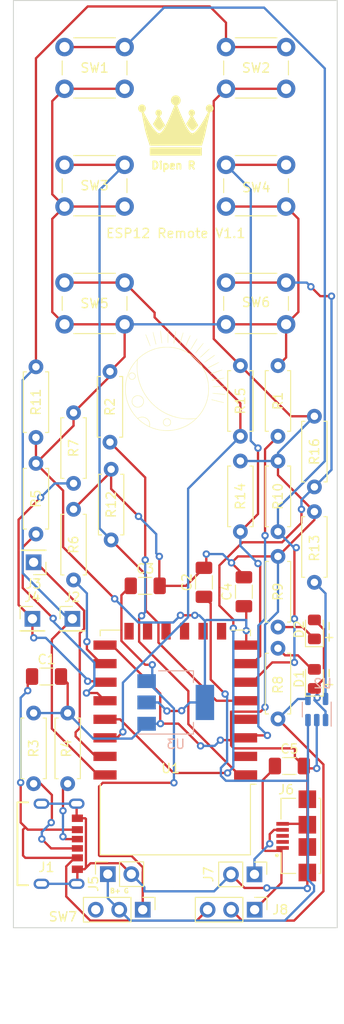
<source format=kicad_pcb>
(kicad_pcb (version 20211014) (generator pcbnew)
  (layers (0 "F.Cu" signal) (31 "B.Cu" signal) (34 "B.Paste" user) (35 "F.Paste" user) (36 "B.SilkS" user "B.Silkscreen") (37 "F.SilkS" user "F.Silkscreen") (38 "B.Mask" user) (39 "F.Mask" user) (44 "Edge.Cuts" user))
  (net 0 "")
  (net 1 "Net-(C1-Pad1)")
  (net 2 "GND")
  (net 3 "Battery O{slash}P")
  (net 4 "VCC")
  (net 5 "3V3")
  (net 6 "Micro USB")
  (net 7 "Net-(D1-Pad1)")
  (net 8 "Net-(D1-Pad2)")
  (net 9 "Net-(D2-Pad1)")
  (net 10 "Net-(J1-PadA5)")
  (net 11 "Net-(J1-PadB5)")
  (net 12 "TX")
  (net 13 "Net-(J3-Pad1)")
  (net 14 "Net-(J4-Pad1)")
  (net 17 "Net-(J6-Pad4)")
  (net 18 "Net-(J8-Pad2)")
  (net 19 "Net-(R1-Pad2)")
  (net 20 "Net-(R2-Pad2)")
  (net 21 "GPIO0")
  (net 22 "Net-(R6-Pad1)")
  (net 23 "D6")
  (net 24 "D5")
  (net 25 "Net-(R13-Pad1)")
  (net 26 "D7")
  (net 27 "D1")
  (net 28 "D2")
  (footprint "Button_Switch_THT:SW_PUSH_6mm" (layer "F.Cu") (at 160.116 70.8)
    (fp_text reference "SW6")
    (fp_text value "SW_Push")
  )
  (footprint "Resistor_THT:R_Axial_DIN0207_L6.3mm_D2.5mm_P7.62mm_Horizontal" (layer "F.Cu") (at 143.637 102.87 90)
    (fp_text reference "R6")
    (fp_text value "10K")
  )
  (footprint "Resistor_THT:R_Axial_DIN0207_L6.3mm_D2.5mm_P7.62mm_Horizontal" (layer "F.Cu") (at 139.573 90.297 -90)
    (fp_text reference "R5")
    (fp_text value "10K")
  )
  (footprint "Resistor_THT:R_Axial_DIN0207_L6.3mm_D2.5mm_P7.62mm_Horizontal" (layer "F.Cu") (at 161.671 87.376 90)
    (fp_text reference "R15")
    (fp_text value "4K7")
  )
  (footprint "Button_Switch_THT:SW_PUSH_6mm" (layer "F.Cu") (at 160.116 58.1)
    (fp_text reference "SW4")
    (fp_text value "SW_Push")
  )
  (footprint "Resistor_THT:R_Axial_DIN0207_L6.3mm_D2.5mm_P7.62mm_Horizontal" (layer "F.Cu") (at 165.735 117.856 90)
    (fp_text reference "R8")
    (fp_text value "470")
  )
  (footprint "Micro USB:CUI_UJ2-MIBH-G-SMT-TR" (layer "F.Cu") (at 168.91 130.468 90)
    (fp_text reference "J6")
    (fp_text value "UJ2-MIBH-G-SMT-TR")
  )
  (footprint "Button_Switch_THT:SW_PUSH_6mm" (layer "F.Cu") (at 142.66 45.4)
    (fp_text reference "SW1")
    (fp_text value "SW_Push")
  )
  (footprint "Connector_PinHeader_2.54mm:PinHeader_1x02_P2.54mm_Vertical" (layer "F.Cu") (at 163.195 134.62 -90)
    (fp_text reference "J7")
    (fp_text value "Conn_01x02_Male")
  )
  (footprint "Button_Switch_THT:SW_PUSH_6mm" (layer "F.Cu") (at 142.66 58.1)
    (fp_text reference "SW3")
    (fp_text value "SW_Push")
  )
  (footprint "LED_SMD:LED_0805_2012Metric_Pad1.15x1.40mm_HandSolder" (layer "F.Cu") (at 169.672 113.538 90)
    (fp_text reference "D1")
    (fp_text value "LED")
  )
  (footprint "Resistor_THT:R_Axial_DIN0207_L6.3mm_D2.5mm_P7.62mm_Horizontal" (layer "F.Cu") (at 139.573 79.883 -90)
    (fp_text reference "R11")
    (fp_text value "4K7")
  )
  (footprint "Connector_PinHeader_2.54mm:PinHeader_1x03_P2.54mm_Vertical" (layer "F.Cu") (at 151.115 138.43 -90)
    (fp_text reference "SW7")
    (fp_text value "SW_SPDT")
  )
  (footprint "RF_Module:ESP-12E" (layer "F.Cu") (at 154.638 120.396 180)
    (fp_text reference "U1")
    (fp_text value "ESP-12E")
  )
  (footprint "Button_Switch_THT:SW_PUSH_6mm" (layer "F.Cu") (at 160.116 45.4)
    (fp_text reference "SW2")
    (fp_text value "SW_Push")
  )
  (footprint "Connector_PinHeader_2.54mm:PinHeader_1x01_P2.54mm_Vertical" (layer "F.Cu") (at 143.51 107.061)
    (fp_text reference "J2")
    (fp_text value "IO1")
  )
  (footprint "Resistor_THT:R_Axial_DIN0207_L6.3mm_D2.5mm_P7.62mm_Horizontal" (layer "F.Cu") (at 169.672 92.837 90)
    (fp_text reference "R16")
    (fp_text value "4K7")
  )
  (footprint "Connector_PinHeader_2.54mm:PinHeader_1x01_P2.54mm_Vertical" (layer "F.Cu") (at 139.192 107.061)
    (fp_text reference "J4")
    (fp_text value "IO2")
  )
  (footprint "Resistor_THT:R_Axial_DIN0207_L6.3mm_D2.5mm_P7.62mm_Horizontal" (layer "F.Cu") (at 143.637 84.836 -90)
    (fp_text reference "R7")
    (fp_text value "10K")
  )
  (footprint "Resistor_THT:R_Axial_DIN0207_L6.3mm_D2.5mm_P7.62mm_Horizontal" (layer "F.Cu") (at 147.701 98.552 90)
    (fp_text reference "R12")
    (fp_text value "4K7")
  )
  (footprint "MountingHole:MountingHole_2mm" (layer "F.Cu") (at 154.638 43.815)
    (fp_text reference "REF**" hide)
    (fp_text value "MountingHole_2mm")
  )
  (footprint "Capacitor_SMD:C_1206_3216Metric_Pad1.33x1.80mm_HandSolder" (layer "F.Cu") (at 157.734 103.124 90)
    (fp_text reference "C2")
    (fp_text value "10 uF")
  )
  (footprint "Resistor_THT:R_Axial_DIN0207_L6.3mm_D2.5mm_P7.62mm_Horizontal" (layer "F.Cu") (at 165.735 79.756 -90)
    (fp_text reference "R1")
    (fp_text value "10K")
  )
  (footprint "Resistor_THT:R_Axial_DIN0207_L6.3mm_D2.5mm_P7.62mm_Horizontal" (layer "F.Cu") (at 169.672 103.124 90)
    (fp_text reference "R13")
    (fp_text value "2.2K")
  )
  (footprint "MountingHole:MountingHole_2mm" (layer "F.Cu") (at 154.638 90.375)
    (fp_text reference "REF**" hide)
    (fp_text value "MountingHole_2mm")
  )
  (footprint "MountingHole:MountingHole_2mm" (layer "F.Cu") (at 154.638 135.072)
    (fp_text reference "REF**" hide)
    (fp_text value "MountingHole_2mm")
  )
  (footprint "Capacitor_SMD:C_1206_3216Metric_Pad1.33x1.80mm_HandSolder" (layer "F.Cu") (at 151.384 103.505)
    (fp_text reference "C3")
    (fp_text value "10uF")
  )
  (footprint "Resistor_THT:R_Axial_DIN0207_L6.3mm_D2.5mm_P7.62mm_Horizontal" (layer "F.Cu") (at 139.319 124.841 90)
    (fp_text reference "R3")
    (fp_text value "5.1K")
  )
  (footprint "Resistor_THT:R_Axial_DIN0207_L6.3mm_D2.5mm_P7.62mm_Horizontal" (layer "F.Cu") (at 161.671 97.663 90)
    (fp_text reference "R14")
    (fp_text value "4K7")
  )
  (footprint "Connector_PinHeader_2.54mm:PinHeader_1x01_P2.54mm_Vertical" (layer "F.Cu") (at 139.319 100.965 180)
    (fp_text reference "J3")
    (fp_text value "IO3")
  )
  (footprint "Resistor_THT:R_Axial_DIN0207_L6.3mm_D2.5mm_P7.62mm_Horizontal" (layer "F.Cu") (at 165.735 107.95 90)
    (fp_text reference "R9")
    (fp_text value "470")
  )
  (footprint "Connector_PinHeader_2.54mm:PinHeader_1x03_P2.54mm_Vertical" (layer "F.Cu") (at 163.211 138.43 -90)
    (fp_text reference "J8")
    (fp_text value "Conn_01x03_Male")
  )
  (footprint "LED_SMD:LED_0805_2012Metric_Pad1.15x1.40mm_HandSolder" (layer "F.Cu") (at 169.672 108.204 90)
    (fp_text reference "D2")
    (fp_text value "LED")
  )
  (footprint "Logos:SunAndMoon_15x15" (layer "F.Cu") (at 153.77 82.296)
    (fp_text reference "G***" hide)
    (fp_text value "LOGO" hide)
  )
  (footprint "Connector_PinSocket_2.54mm:PinSocket_1x02_P2.54mm_Vertical" (layer "F.Cu") (at 147.34 134.595 90)
    (fp_text reference "J5")
    (fp_text value "Conn_01x02_Female")
  )
  (footprint "Capacitor_SMD:C_1206_3216Metric_Pad1.33x1.80mm_HandSolder" (layer "F.Cu") (at 162.052 104.14 90)
    (fp_text reference "C4")
    (fp_text value "10uF")
  )
  (footprint "Resistor_THT:R_Axial_DIN0207_L6.3mm_D2.5mm_P7.62mm_Horizontal" (layer "F.Cu") (at 147.574 80.391 -90)
    (fp_text reference "R2")
    (fp_text value "10K")
  )
  (footprint "USB_C:GCT_USB4125-GF-A_REVA2" (layer "F.Cu") (at 140.97 131.318 -90)
    (fp_text reference "J1")
    (fp_text value "USB4125-GF-A_REVA2")
  )
  (footprint "Capacitor_SMD:C_1206_3216Metric_Pad1.33x1.80mm_HandSolder" (layer "F.Cu") (at 140.716 113.284)
    (fp_text reference "C1")
    (fp_text value "10 uF")
  )
  (footprint "ModdedCrown:9x7.4_crown" (layer "F.Cu") (at 154.686 53.848)
    (fp_text reference "G***" hide)
    (fp_text value "LOGO" hide)
  )
  (footprint "Capacitor_SMD:C_1206_3216Metric_Pad1.33x1.80mm_HandSolder" (layer "F.Cu") (at 166.965621 122.936)
    (fp_text reference "C5")
    (fp_text value "10 uF")
  )
  (footprint "Resistor_THT:R_Axial_DIN0207_L6.3mm_D2.5mm_P7.62mm_Horizontal" (layer "F.Cu") (at 143.002 124.841 90)
    (fp_text reference "R4")
    (fp_text value "5.1K")
  )
  (footprint "Button_Switch_THT:SW_PUSH_6mm" (layer "F.Cu") (at 142.66 70.8)
    (fp_text reference "SW5")
    (fp_text value "SW_Push")
  )
  (footprint "Resistor_THT:R_Axial_DIN0207_L6.3mm_D2.5mm_P7.62mm_Horizontal" (layer "F.Cu") (at 165.735 97.663 90)
    (fp_text reference "R10")
    (fp_text value "4K7")
  )
  (footprint "Package_TO_SOT_SMD:SOT-223-3_TabPin2" (layer "B.Cu") (at 154.686 116.078)
    (fp_text reference "U3")
    (fp_text value "AMS1117-3.3")
  )
  (footprint "Package_TO_SOT_SMD:SOT-23-5" (layer "B.Cu") (at 169.926 116.84 90)
    (fp_text reference "U2")
    (fp_text value "MCP73831-3-OT")
  )
  (gr_line (start 137.138 140.375) (end 172.138 140.375) (layer "Edge.Cuts") (width 0.1))
  (gr_line (start 172.138 140.375) (end 172.138 40.375) (layer "Edge.Cuts") (width 0.1))
  (gr_line (start 137.138 40.375) (end 137.138 140.375) (layer "Edge.Cuts") (width 0.1))
  (gr_line (start 137.138 40.375) (end 172.138 40.375) (layer "Edge.Cuts") (width 0.1))
  (gr_text "ESP12 Remote V1.1\n\n" (at 154.686 66.294) (layer "F.SilkS") (effects (font (size 1 1))))
  (gr_text "+-" (at 171.196 113.538 90) (layer "F.SilkS") (effects (font (size 1 1))))
  (gr_text "B+ G" (at 148.59 136.398) (layer "F.SilkS") (effects (font (size 0.5 0.5) (thickness 0.125))))
  (gr_text "Dipen R" (at 154.432 58.166) (layer "F.SilkS") (effects (font (size 0.8 0.8) (thickness 0.2))))
  (gr_text "+-" (at 171.196 108.458 90) (layer "F.SilkS") (effects (font (size 1 1))))
  (segment (start 138.176 129.794) (end 138.43 129.54) (width 0.25) (layer "F.Cu") (net 1))
  (segment (start 138.684 114.808) (end 138.684 113.7535) (width 0.25) (layer "F.Cu") (net 1))
  (segment (start 137.922 129.032) (end 137.922 124.714) (width 0.25) (layer "F.Cu") (net 1))
  (segment (start 142.84548 133.76052) (end 143.768 132.838) (width 0.25) (layer "F.Cu") (net 1))
  (segment (start 138.43 129.54) (end 137.922 129.032) (width 0.25) (layer "F.Cu") (net 1))
  (segment (start 138.176 132.588) (end 138.176 129.794) (width 0.25) (layer "F.Cu") (net 1))
  (segment (start 138.684 113.7535) (end 139.1535 113.284) (width 0.25) (layer "F.Cu") (net 1))
  (segment (start 143.768 132.838) (end 144.05 132.838) (width 0.25) (layer "F.Cu") (net 1))
  (segment (start 145.446511 139.604511) (end 142.84548 137.00348) (width 0.25) (layer "F.Cu") (net 1))
  (segment (start 144.05 132.838) (end 138.426 132.838) (width 0.25) (layer "F.Cu") (net 1))
  (segment (start 156.956489 139.604511) (end 145.446511 139.604511) (width 0.25) (layer "F.Cu") (net 1))
  (segment (start 138.688 129.798) (end 144.05 129.798) (width 0.25) (layer "F.Cu") (net 1))
  (segment (start 142.84548 137.00348) (end 142.84548 133.76052) (width 0.25) (layer "F.Cu") (net 1))
  (segment (start 138.43 129.54) (end 138.688 129.798) (width 0.25) (layer "F.Cu") (net 1))
  (segment (start 138.426 132.838) (end 138.176 132.588) (width 0.25) (layer "F.Cu") (net 1))
  (segment (start 158.131 138.43) (end 156.956489 139.604511) (width 0.25) (layer "F.Cu") (net 1))
  (via (at 138.684 114.808) (size 0.8) (drill 0.4) (layers "F.Cu" "B.Cu") (net 1))
  (via (at 137.922 124.714) (size 0.8) (drill 0.4) (layers "F.Cu" "B.Cu") (net 1))
  (segment (start 137.922 115.57) (end 138.684 114.808) (width 0.25) (layer "B.Cu") (net 1))
  (segment (start 137.922 124.714) (end 137.922 115.57) (width 0.25) (layer "B.Cu") (net 1))
  (segment (start 168.782121 123.19) (end 168.528121 122.936) (width 0.25) (layer "F.Cu") (net 2))
  (segment (start 160.116 49.9) (end 158.791489 51.224511) (width 0.25) (layer "F.Cu") (net 2))
  (segment (start 168.91 123.317879) (end 168.91 126.518) (width 0.25) (layer "F.Cu") (net 2))
  (segment (start 160.116 49.9) (end 166.616 49.9) (width 0.25) (layer "F.Cu") (net 2))
  (segment (start 147.701 93.0535) (end 150.6595 96.012) (width 0.25) (layer "F.Cu") (net 2))
  (segment (start 143.002 114.0075) (end 143.002 117.221) (width 0.25) (layer "F.Cu") (net 2))
  (segment (start 162.052 102.5775) (end 162.052 102.362) (width 0.25) (layer "F.Cu") (net 2))
  (segment (start 157.988 101.3075) (end 157.734 101.5615) (width 0.25) (layer "F.Cu") (net 2))
  (segment (start 167.560621 121.031) (end 167.560621 121.9685) (width 0.25) (layer "F.Cu") (net 2))
  (segment (start 160.655 134.62) (end 162.119201 136.084201) (width 0.25) (layer "F.Cu") (net 2))
  (segment (start 165.735 90.043) (end 165.735 91.567) (width 0.25) (layer "F.Cu") (net 2))
  (segment (start 158.791489 51.224511) (end 158.791489 76.876489) (width 0.25) (layer "F.Cu") (net 2))
  (segment (start 160.663489 120.720511) (end 160.973978 121.031) (width 0.25) (layer "F.Cu") (net 2))
  (segment (start 153.007361 115.115361) (end 147.788 109.896) (width 0.25) (layer "F.Cu") (net 2))
  (segment (start 143.97 126.998) (end 143.97 128.488) (width 0.25) (layer "F.Cu") (net 2))
  (segment (start 168.91 136.144) (end 168.91 134.418) (width 0.25) (layer "F.Cu") (net 2))
  (segment (start 147.701 91.186) (end 147.701 90.932) (width 0.25) (layer "F.Cu") (net 2))
  (segment (start 167.560621 121.9685) (end 168.528121 122.936) (width 0.25) (layer "F.Cu") (net 2))
  (segment (start 169.926 123.19) (end 168.782121 123.19) (width 0.25) (layer "F.Cu") (net 2))
  (segment (start 168.91 131.668) (end 168.91 134.418) (width 0.25) (layer "F.Cu") (net 2))
  (segment (start 144.9 128.568) (end 144.974511 128.642511) (width 0.25) (layer "F.Cu") (net 2))
  (segment (start 169.672 96.393) (end 169.672 95.504) (width 0.25) (layer "F.Cu") (net 2))
  (segment (start 153.007361 118.336361) (end 153.007361 115.115361) (width 0.25) (layer "F.Cu") (net 2))
  (segment (start 155.7905 103.505) (end 157.734 101.5615) (width 0.25) (layer "F.Cu") (net 2))
  (segment (start 161.399298 100.33) (end 160.709649 101.019649) (width 0.25) (layer "F.Cu") (net 2))
  (segment (start 143.637 95.25) (end 147.701 91.186) (width 0.25) (layer "F.Cu") (net 2))
  (segment (start 144.974511 128.642511) (end 144.974511 133.917489) (width 0.25) (layer "F.Cu") (net 2))
  (segment (start 162.119201 136.084201) (end 164.532201 136.084201) (width 0.25) (layer "F.Cu") (net 2))
  (segment (start 161.671 79.756) (end 167.132 85.217) (width 0.25) (layer "F.Cu") (net 2))
  (segment (start 154.968891 118.364) (end 157.367446 120.762555) (width 0.25) (layer "F.Cu") (net 2))
  (segment (start 167.132 85.217) (end 169.672 85.217) (width 0.25) (layer "F.Cu") (net 2))
  (segment (start 166.235 129.168) (end 168.81 129.168) (width 0.25) (layer "F.Cu") (net 2))
  (segment (start 168.91 126.518) (end 168.91 129.268) (width 0.25) (layer "F.Cu") (net 2))
  (segment (start 158.791489 76.876489) (end 161.671 79.756) (width 0.25) (layer "F.Cu") (net 2))
  (segment (start 160.663489 117.071489) (end 160.663489 120.277489) (width 0.25) (layer "F.Cu") (net 2))
  (segment (start 147.701 90.932) (end 147.701 93.0535) (width 0.25) (layer "F.Cu") (net 2))
  (segment (start 148.705489 133.420489) (end 149.88 134.595) (width 0.25) (layer "F.Cu") (net 2))
  (segment (start 152.9465 103.505) (end 155.7905 103.505) (width 0.25) (layer "F.Cu") (net 2))
  (segment (start 165.735 91.567) (end 169.672 95.504) (width 0.25) (layer "F.Cu") (net 2))
  (segment (start 165.735 100.33) (end 161.399298 100.33) (width 0.25) (layer "F.Cu") (net 2))
  (segment (start 152.908 100.33) (end 152.908 103.4665) (width 0.25) (layer "F.Cu") (net 2))
  (segment (start 145.471511 133.420489) (end 148.705489 133.420489) (width 0.25) (layer "F.Cu") (net 2))
  (segment (start 143.97 128.488) (end 144.05 128.568) (width 0.25) (layer "F.Cu") (net 2))
  (segment (start 144.974511 133.917489) (end 144.824 134.068) (width 0.25) (layer "F.Cu") (net 2))
  (segment (start 144.05 134.068) (end 144.05 135.558) (width 0.25) (layer "F.Cu") (net 2))
  (segment (start 144.05 135.558) (end 143.97 135.638) (width 0.25) (layer "F.Cu") (net 2))
  (segment (start 152.908 103.4665) (end 152.9465 103.505) (width 0.25) (layer "F.Cu") (net 2))
  (segment (start 168.528121 122.936) (end 168.91 123.317879) (width 0.25) (layer "F.Cu") (net 2))
  (segment (start 160.973978 121.031) (end 167.560621 121.031) (width 0.25) (layer "F.Cu") (net 2))
  (segment (start 144.05 128.568) (end 144.9 128.568) (width 0.25) (layer "F.Cu") (net 2))
  (segment (start 147.788 109.896) (end 147.038 109.896) (width 0.25) (layer "F.Cu") (net 2))
  (segment (start 164.338 116.586) (end 163.852511 117.071489) (width 0.25) (layer "F.Cu") (net 2))
  (segment (start 142.2785 113.284) (end 143.002 114.0075) (width 0.25) (layer "F.Cu") (net 2))
  (segment (start 168.81 129.168) (end 168.91 129.268) (width 0.25) (layer "F.Cu") (net 2))
  (segment (start 162.052 102.362) (end 160.709649 101.019649) (width 0.25) (layer "F.Cu") (net 2))
  (segment (start 168.91 129.268) (end 168.91 131.668) (width 0.25) (layer "F.Cu") (net 2))
  (segment (start 160.663489 120.277489) (end 160.663489 120.720511) (width 0.25) (layer "F.Cu") (net 2))
  (segment (start 157.988 100.076) (end 157.988 101.3075) (width 0.25) (layer "F.Cu") (net 2))
  (segment (start 153.035 118.364) (end 153.007361 118.336361) (width 0.25) (layer "F.Cu") (net 2))
  (segment (start 144.974511 133.917489) (end 145.471511 133.420489) (width 0.25) (layer "F.Cu") (net 2))
  (segment (start 165.735 100.33) (end 169.672 96.393) (width 0.25) (layer "F.Cu") (net 2))
  (segment (start 160.528 120.142) (end 160.663489 120.277489) (width 0.25) (layer "F.Cu") (net 2))
  (segment (start 153.035 118.364) (end 154.968891 118.364) (width 0.25) (layer "F.Cu") (net 2))
  (segment (start 163.852511 117.071489) (end 160.663489 117.071489) (width 0.25) (layer "F.Cu") (net 2))
  (segment (start 159.512 120.142) (end 160.528 120.142) (width 0.25) (layer "F.Cu") (net 2))
  (segment (start 144.824 134.068) (end 144.05 134.068) (width 0.25) (layer "F.Cu") (net 2))
  (via (at 160.709649 101.019649) (size 0.8) (drill 0.4) (layers "F.Cu" "B.Cu") (net 2))
  (via (at 159.512 120.142) (size 0.8) (drill 0.4) (layers "F.Cu" "B.Cu") (net 2))
  (via (at 164.532201 136.084201) (size 0.8) (drill 0.4) (layers "F.Cu" "B.Cu") (net 2))
  (via (at 164.338 116.586) (size 0.8) (drill 0.4) (layers "F.Cu" "B.Cu") (net 2))
  (via (at 168.91 136.144) (size 0.8) (drill 0.4) (layers "F.Cu" "B.Cu") (net 2))
  (via (at 152.908 100.33) (size 0.8) (drill 0.4) (layers "F.Cu" "B.Cu") (net 2))
  (via (at 150.6595 96.012) (size 0.8) (drill 0.4) (layers "F.Cu" "B.Cu") (net 2))
  (via (at 157.367446 120.762555) (size 0.8) (drill 0.4) (layers "F.Cu" "B.Cu") (net 2))
  (via (at 157.988 100.076) (size 0.8) (drill 0.4) (layers "F.Cu" "B.Cu") (net 2))
  (via (at 169.926 123.19) (size 0.8) (drill 0.4) (layers "F.Cu" "B.Cu") (net 2))
  (via (at 153.035 118.364) (size 0.8) (drill 0.4) (layers "F.Cu" "B.Cu") (net 2))
  (segment (start 169.926 122.475621) (end 169.926 123.19) (width 0.25) (layer "B.Cu") (net 2))
  (segment (start 153.021 118.378) (end 153.035 118.364) (width 0.25) (layer "B.Cu") (net 2))
  (segment (start 164.338 107.704614) (end 164.338 116.586) (width 0.25) (layer "B.Cu") (net 2))
  (segment (start 152.574621 99.996621) (end 152.908 100.33) (width 0.25) (layer "B.Cu") (net 2))
  (segment (start 169.672 85.217) (end 165.735 89.154) (width 0.25) (layer "B.Cu") (net 2))
  (segment (start 139.319 117.221) (end 143.002 117.221) (width 0.25) (layer "B.Cu") (net 2))
  (segment (start 160.709649 101.019649) (end 159.766 100.076) (width 0.25) (layer "B.Cu") (net 2))
  (segment (start 150.6595 96.012) (end 152.574621 97.927121) (width 0.25) (layer "B.Cu") (net 2))
  (segment (start 145.758511 119.977511) (end 143.002 117.221) (width 0.25) (layer "B.Cu") (net 2))
  (segment (start 165.735 89.154) (end 165.735 90.043) (width 0.25) (layer "B.Cu") (net 2))
  (segment (start 140.17 126.998) (end 143.97 126.998) (width 0.25) (layer "B.Cu") (net 2))
  (segment (start 151.289521 136.446521) (end 151.289521 136.004521) (width 0.25) (layer "B.Cu") (net 2))
  (segment (start 161.671 90.043) (end 165.735 90.043) (width 0.25) (layer "B.Cu") (net 2))
  (segment (start 168.850201 136.084201) (end 168.91 136.144) (width 0.25) (layer "B.Cu") (net 2))
  (segment (start 158.828479 136.446521) (end 160.655 134.62) (width 0.25) (layer "B.Cu") (net 2))
  (segment (start 169.926 117.9775) (end 169.926 122.475621) (width 0.25) (layer "B.Cu") (net 2))
  (segment (start 151.536 118.378) (end 149.936489 119.977511) (width 0.25) (layer "B.Cu") (net 2))
  (segment (start 165.735 106.307614) (end 164.338 107.704614) (width 0.25) (layer "B.Cu") (net 2))
  (segment (start 151.289521 136.446521) (end 158.828479 136.446521) (width 0.25) (layer "B.Cu") (net 2))
  (segment (start 158.891445 120.762555) (end 159.512 120.142) (width 0.25) (layer "B.Cu") (net 2))
  (segment (start 149.936489 119.977511) (end 145.758511 119.977511) (width 0.25) (layer "B.Cu") (net 2))
  (segment (start 151.536 118.378) (end 153.021 118.378) (width 0.25) (layer "B.Cu") (net 2))
  (segment (start 164.532201 136.084201) (end 168.850201 136.084201) (width 0.25) (layer "B.Cu") (net 2))
  (segment (start 157.367446 120.762555) (end 158.891445 120.762555) (width 0.25) (layer "B.Cu") (net 2))
  (segment (start 151.289521 136.004521) (end 149.88 134.595) (width 0.25) (layer "B.Cu") (net 2))
  (segment (start 152.574621 97.927121) (end 152.574621 99.996621) (width 0.25) (layer "B.Cu") (net 2))
  (segment (start 165.735 100.33) (end 165.735 106.307614) (width 0.25) (layer "B.Cu") (net 2))
  (segment (start 159.766 100.076) (end 157.988 100.076) (width 0.25) (layer "B.Cu") (net 2))
  (segment (start 140.17 135.638) (end 143.97 135.638) (width 0.25) (layer "B.Cu") (net 2))
  (segment (start 158.462511 113.614011) (end 160.02 115.1715) (width 0.25) (layer "F.Cu") (net 3))
  (segment (start 158.462511 105.415011) (end 158.462511 113.614011) (width 0.25) (layer "F.Cu") (net 3))
  (segment (start 157.734 104.6865) (end 158.462511 105.415011) (width 0.25) (layer "F.Cu") (net 3))
  (via (at 160.02 115.1715) (size 0.8) (drill 0.4) (layers "F.Cu" "B.Cu") (net 3))
  (segment (start 160.106277 124.526) (end 168.976 124.526) (width 0.25) (layer "B.Cu") (net 3))
  (segment (start 147.34 137.195) (end 148.575 138.43) (width 0.25) (layer "B.Cu") (net 3))
  (segment (start 160.236511 115.388011) (end 160.236511 122.465489) (width 0.25) (layer "B.Cu") (net 3))
  (segment (start 169.634511 135.843897) (end 169.634511 136.444103) (width 0.25) (layer "B.Cu") (net 3))
  (segment (start 149.749511 139.604511) (end 148.575 138.43) (width 0.25) (layer "B.Cu") (net 3))
  (segment (start 160.02 115.1715) (end 160.236511 115.388011) (width 0.25) (layer "B.Cu") (net 3))
  (segment (start 166.474103 139.604511) (end 149.749511 139.604511) (width 0.25) (layer "B.Cu") (net 3))
  (segment (start 159.563935 123.983658) (end 160.106277 124.526) (width 0.25) (layer "B.Cu") (net 3))
  (segment (start 168.976 117.9775) (end 168.976 124.526) (width 0.25) (layer "B.Cu") (net 3))
  (segment (start 168.976 135.185386) (end 169.634511 135.843897) (width 0.25) (layer "B.Cu") (net 3))
  (segment (start 159.563935 123.138065) (end 159.563935 123.983658) (width 0.25) (layer "B.Cu") (net 3))
  (segment (start 160.236511 122.465489) (end 159.563935 123.138065) (width 0.25) (layer "B.Cu") (net 3))
  (segment (start 147.34 134.595) (end 147.34 137.195) (width 0.25) (layer "B.Cu") (net 3))
  (segment (start 168.976 124.526) (end 168.976 135.185386) (width 0.25) (layer "B.Cu") (net 3))
  (segment (start 169.634511 136.444103) (end 166.474103 139.604511) (width 0.25) (layer "B.Cu") (net 3))
  (segment (start 151.384 112.014) (end 152.146 112.014) (width 0.25) (layer "F.Cu") (net 4))
  (segment (start 146.793909 124.743287) (end 146.39298 125.144216) (width 0.25) (layer "F.Cu") (net 4))
  (segment (start 148.813489 109.443489) (end 151.384 112.014) (width 0.25) (layer "F.Cu") (net 4))
  (segment (start 151.13 134.336) (end 151.115 134.351) (width 0.25) (layer "F.Cu") (net 4))
  (segment (start 149.8215 103.505) (end 148.813489 104.513011) (width 0.25) (layer "F.Cu") (net 4))
  (segment (start 148.813489 104.513011) (end 148.813489 109.443489) (width 0.25) (layer "F.Cu") (net 4))
  (segment (start 154.487842 124.743287) (end 146.793909 124.743287) (width 0.25) (layer "F.Cu") (net 4))
  (segment (start 151.115 134.351) (end 151.115 138.43) (width 0.25) (layer "F.Cu") (net 4))
  (segment (start 146.466216 132.64102) (end 149.91302 132.64102) (width 0.25) (layer "F.Cu") (net 4))
  (segment (start 146.39298 125.144216) (end 146.39298 132.567784) (width 0.25) (layer "F.Cu") (net 4))
  (segment (start 151.13 133.858) (end 151.13 134.336) (width 0.25) (layer "F.Cu") (net 4))
  (segment (start 146.39298 132.567784) (end 146.466216 132.64102) (width 0.25) (layer "F.Cu") (net 4))
  (segment (start 149.91302 132.64102) (end 151.13 133.858) (width 0.25) (layer "F.Cu") (net 4))
  (via (at 154.487842 124.743287) (size 0.8) (drill 0.4) (layers "F.Cu" "B.Cu") (net 4))
  (via (at 152.146 112.014) (size 0.8) (drill 0.4) (layers "F.Cu" "B.Cu") (net 4))
  (segment (start 152.146 112.014) (end 152.146 113.168) (width 0.25) (layer "B.Cu") (net 4))
  (segment (start 152.146 113.168) (end 151.536 113.778) (width 0.25) (layer "B.Cu") (net 4))
  (segment (start 154.487842 124.743287) (end 154.487842 116.729842) (width 0.25) (layer "B.Cu") (net 4))
  (segment (start 154.487842 116.729842) (end 151.536 113.778) (width 0.25) (layer "B.Cu") (net 4))
  (segment (start 155.194 106.68) (end 156.74661 106.68) (width 0.25) (layer "F.Cu") (net 5))
  (segment (start 141.335489 61.275489) (end 142.66 62.6) (width 0.25) (layer "F.Cu") (net 5))
  (segment (start 162.052 105.7025) (end 162.306 105.9565) (width 0.25) (layer "F.Cu") (net 5))
  (segment (start 139.573 87.503) (end 139.573 90.297) (width 0.25) (layer "F.Cu") (net 5))
  (segment (start 153.731872 116.99847) (end 155.28953 116.99847) (width 0.25) (layer "F.Cu") (net 5))
  (segment (start 160.116 62.6) (end 166.616 62.6) (width 0.25) (layer "F.Cu") (net 5))
  (segment (start 142.512489 99.332489) (end 148.082 104.902) (width 0.25) (layer "F.Cu") (net 5))
  (segment (start 160.116 75.3) (end 166.616 75.3) (width 0.25) (layer "F.Cu") (net 5))
  (segment (start 155.28953 116.99847) (end 155.321 116.967) (width 0.25) (layer "F.Cu") (net 5))
  (segment (start 149.16 75.3) (end 149.16 78.805) (width 0.25) (layer "F.Cu") (net 5))
  (segment (start 167.940511 63.924511) (end 166.616 62.6) (width 0.25) (layer "F.Cu") (net 5))
  (segment (start 142.66 49.9) (end 141.335489 51.224511) (width 0.25) (layer "F.Cu") (net 5))
  (segment (start 142.512489 93.236489) (end 142.512489 99.332489) (width 0.25) (layer "F.Cu") (net 5))
  (segment (start 162.306 108.331) (end 162.306 109.828) (width 0.25) (layer "F.Cu") (net 5))
  (segment (start 141.335489 63.924511) (end 141.335489 73.975489) (width 0.25) (layer "F.Cu") (net 5))
  (segment (start 143.637 86.233) (end 139.573 90.297) (width 0.25) (layer "F.Cu") (net 5))
  (segment (start 147.574 80.899) (end 147.574 80.391) (width 0.25) (layer "F.Cu") (net 5))
  (segment (start 162.306 109.828) (end 162.238 109.896) (width 0.25) (layer "F.Cu") (net 5))
  (segment (start 143.637 84.836) (end 147.574 80.899) (width 0.25) (layer "F.Cu") (net 5))
  (segment (start 141.335489 73.975489) (end 142.66 75.3) (width 0.25) (layer "F.Cu") (net 5))
  (segment (start 166.616 75.3) (end 167.940511 73.975489) (width 0.25) (layer "F.Cu") (net 5))
  (segment (start 142.66 75.3) (end 149.16 75.3) (width 0.25) (layer "F.Cu") (net 5))
  (segment (start 142.66 62.6) (end 149.16 62.6) (width 0.25) (layer "F.Cu") (net 5))
  (segment (start 166.616 78.875) (end 165.735 79.756) (width 0.25) (layer "F.Cu") (net 5))
  (segment (start 142.66 62.6) (end 141.335489 63.924511) (width 0.25) (layer "F.Cu") (net 5))
  (segment (start 162.306 105.9565) (end 162.306 108.331) (width 0.25) (layer "F.Cu") (net 5))
  (segment (start 142.66 49.9) (end 149.16 49.9) (width 0.25) (layer "F.Cu") (net 5))
  (segment (start 143.637 84.836) (end 143.637 86.233) (width 0.25) (layer "F.Cu") (net 5))
  (segment (start 149.16 78.805) (end 147.574 80.391) (width 0.25) (layer "F.Cu") (net 5))
  (segment (start 167.940511 73.975489) (end 167.940511 63.924511) (width 0.25) (layer "F.Cu") (net 5))
  (segment (start 139.573 90.297) (end 142.512489 93.236489) (width 0.25) (layer "F.Cu") (net 5))
  (segment (start 166.616 75.3) (end 166.616 78.875) (width 0.25) (layer "F.Cu") (net 5))
  (segment (start 141.335489 51.224511) (end 141.335489 61.275489) (width 0.25) (layer "F.Cu") (net 5))
  (via (at 148.082 104.902) (size 0.8) (drill 0.4) (layers "F.Cu" "B.Cu") (net 5))
  (via (at 155.194 106.68) (size 0.8) (drill 0.4) (layers "F.Cu" "B.Cu") (net 5))
  (via (at 153.731872 116.99847) (size 0.8) (drill 0.4) (layers "F.Cu" "B.Cu") (net 5))
  (via (at 156.74661 106.68) (size 0.8) (drill 0.4) (layers "F.Cu" "B.Cu") (net 5))
  (via (at 155.321 116.967) (size 0.8) (drill 0.4) (layers "F.Cu" "B.Cu") (net 5))
  (via (at 162.306 108.331) (size 0.8) (drill 0.4) (layers "F.Cu" "B.Cu") (net 5))
  (segment (start 156.21 116.078) (end 157.836 116.078) (width 0.25) (layer "B.Cu") (net 5))
  (segment (start 157.836 116.078) (end 157.836 107.34) (width 0.25) (layer "B.Cu") (net 5))
  (segment (start 157.836 107.34) (end 157.861 107.315) (width 0.25) (layer "B.Cu") (net 5))
  (segment (start 156.74661 106.68) (end 157.226 106.68) (width 0.25) (layer "B.Cu") (net 5))
  (segment (start 154.419024 107.454976) (end 155.194 106.68) (width 0.25) (layer "B.Cu") (net 5))
  (segment (start 151.536 116.078) (end 152.811402 116.078) (width 0.25) (layer "B.Cu") (net 5))
  (segment (start 150.634976 107.454976) (end 154.419024 107.454976) (width 0.25) (layer "B.Cu") (net 5))
  (segment (start 157.861 107.315) (end 157.988 107.188) (width 0.25) (layer "B.Cu") (net 5))
  (segment (start 148.082 104.902) (end 150.634976 107.454976) (width 0.25) (layer "B.Cu") (net 5))
  (segment (start 157.988 107.188) (end 162.306 107.188) (width 0.25) (layer "B.Cu") (net 5))
  (segment (start 149.16 75.3) (end 160.116 75.3) (width 0.25) (layer "B.Cu") (net 5))
  (segment (start 155.321 116.967) (end 156.21 116.078) (width 0.25) (layer "B.Cu") (net 5))
  (segment (start 152.811402 116.078) (end 153.731872 116.99847) (width 0.25) (layer "B.Cu") (net 5))
  (segment (start 157.226 106.68) (end 157.861 107.315) (width 0.25) (layer "B.Cu") (net 5))
  (segment (start 162.306 107.188) (end 162.306 108.331) (width 0.25) (layer "B.Cu") (net 5))
  (segment (start 164.084 124.46) (end 164.084 131.826) (width 0.25) (layer "F.Cu") (net 6))
  (segment (start 166.110479 132.085521) (end 166.110479 135.530521) (width 0.25) (layer "F.Cu") (net 6))
  (segment (start 165.403121 122.936) (end 165.403121 123.140879) (width 0.25) (layer "F.Cu") (net 6))
  (segment (start 164.084 131.826) (end 164.343521 132.085521) (width 0.25) (layer "F.Cu") (net 6))
  (segment (start 165.403121 123.140879) (end 164.084 124.46) (width 0.25) (layer "F.Cu") (net 6))
  (segment (start 166.110479 131.892521) (end 166.110479 132.085521) (width 0.25) (layer "F.Cu") (net 6))
  (segment (start 164.343521 132.085521) (end 166.110479 132.085521) (width 0.25) (layer "F.Cu") (net 6))
  (segment (start 166.110479 135.530521) (end 163.211 138.43) (width 0.25) (layer "F.Cu") (net 6))
  (segment (start 166.235 131.768) (end 166.110479 131.892521) (width 0.25) (layer "F.Cu") (net 6))
  (segment (start 170.69652 113.53848) (end 170.69652 108.20352) (width 0.25) (layer "F.Cu") (net 7))
  (segment (start 170.69652 108.20352) (end 169.672 107.179) (width 0.25) (layer "F.Cu") (net 7))
  (segment (start 169.672 114.563) (end 170.69652 113.53848) (width 0.25) (layer "F.Cu") (net 7))
  (segment (start 169.9765 115.57) (end 169.9765 114.8675) (width 0.25) (layer "F.Cu") (net 7))
  (segment (start 169.9765 114.8675) (end 169.672 114.563) (width 0.25) (layer "F.Cu") (net 7))
  (via (at 169.9765 115.57) (size 0.8) (drill 0.4) (layers "F.Cu" "B.Cu") (net 7))
  (segment (start 170.876 117.9775) (end 170.876 117.036072) (width 0.25) (layer "B.Cu") (net 7))
  (segment (start 169.672 115.832072) (end 169.714428 115.832072) (width 0.25) (layer "B.Cu") (net 7))
  (segment (start 170.876 117.036072) (end 169.672 115.832072) (width 0.25) (layer "B.Cu") (net 7))
  (segment (start 169.714428 115.832072) (end 169.9765 115.57) (width 0.25) (layer "B.Cu") (net 7))
  (segment (start 166.497 110.998) (end 165.735 110.236) (width 0.25) (layer "F.Cu") (net 8))
  (segment (start 169.672 112.513) (end 169.409 112.513) (width 0.25) (layer "F.Cu") (net 8))
  (segment (start 169.409 112.513) (end 167.894 110.998) (width 0.25) (layer "F.Cu") (net 8))
  (segment (start 167.894 110.998) (end 166.497 110.998) (width 0.25) (layer "F.Cu") (net 8))
  (segment (start 168.393 107.95) (end 165.735 107.95) (width 0.25) (layer "F.Cu") (net 9))
  (segment (start 169.672 109.229) (end 168.393 107.95) (width 0.25) (layer "F.Cu") (net 9))
  (segment (start 144.05 130.818) (end 142.756 130.818) (width 0.25) (layer "F.Cu") (net 10))
  (segment (start 142.756 130.818) (end 142.494 130.556) (width 0.25) (layer "F.Cu") (net 10))
  (segment (start 142.494 125.349) (end 143.002 124.841) (width 0.25) (layer "F.Cu") (net 10))
  (segment (start 142.494 127.762) (end 142.494 125.349) (width 0.25) (layer "F.Cu") (net 10))
  (via (at 142.494 130.556) (size 0.8) (drill 0.4) (layers "F.Cu" "B.Cu") (net 10))
  (via (at 142.494 127.762) (size 0.8) (drill 0.4) (layers "F.Cu" "B.Cu") (net 10))
  (segment (start 142.494 130.556) (end 142.494 127.762) (width 0.25) (layer "B.Cu") (net 10))
  (segment (start 141.29452 126.05452) (end 140.081 124.841) (width 0.25) (layer "F.Cu") (net 11))
  (segment (start 141.216 131.818) (end 140.208 130.81) (width 0.25) (layer "F.Cu") (net 11))
  (segment (start 141.29452 128.96148) (end 141.29452 126.05452) (width 0.25) (layer "F.Cu") (net 11))
  (segment (start 141.224 129.032) (end 141.29452 128.96148) (width 0.25) (layer "F.Cu") (net 11))
  (segment (start 140.081 124.841) (end 139.319 124.841) (width 0.25) (layer "F.Cu") (net 11))
  (segment (start 144.05 131.818) (end 141.216 131.818) (width 0.25) (layer "F.Cu") (net 11))
  (via (at 140.208 130.81) (size 0.8) (drill 0.4) (layers "F.Cu" "B.Cu") (net 11))
  (via (at 141.224 129.032) (size 0.8) (drill 0.4) (layers "F.Cu" "B.Cu") (net 11))
  (segment (start 140.208 130.048) (end 141.224 129.032) (width 0.25) (layer "B.Cu") (net 11))
  (segment (start 140.208 130.81) (end 140.208 130.048) (width 0.25) (layer "B.Cu") (net 11))
  (segment (start 158.369 41.021) (end 145.165857 41.021) (width 0.25) (layer "F.Cu") (net 12))
  (segment (start 160.116 42.768) (end 158.369 41.021) (width 0.25) (layer "F.Cu") (net 12))
  (segment (start 139.573 46.613857) (end 139.573 79.883) (width 0.25) (layer "F.Cu") (net 12))
  (segment (start 160.116 45.4) (end 160.116 42.768) (width 0.25) (layer "F.Cu") (net 12))
  (segment (start 143.51 107.061) (end 141.29148 109.27952) (width 0.25) (layer "F.Cu") (net 12))
  (segment (start 141.29148 109.27952) (end 141.29148 118.89948) (width 0.25) (layer "F.Cu") (net 12))
  (segment (start 141.29148 118.89948) (end 146.288 123.896) (width 0.25) (layer "F.Cu") (net 12))
  (segment (start 146.288 123.896) (end 147.038 123.896) (width 0.25) (layer "F.Cu") (net 12))
  (segment (start 160.116 45.4) (end 166.616 45.4) (width 0.25) (layer "F.Cu") (net 12))
  (segment (start 145.165857 41.021) (end 139.573 46.613857) (width 0.25) (layer "F.Cu") (net 12))
  (segment (start 138.144489 102.139511) (end 143.065978 107.061) (width 0.25) (layer "B.Cu") (net 12))
  (segment (start 143.065978 107.061) (end 143.51 107.061) (width 0.25) (layer "B.Cu") (net 12))
  (segment (start 139.573 79.883) (end 138.144489 81.311511) (width 0.25) (layer "B.Cu") (net 12))
  (segment (start 138.144489 81.311511) (end 138.144489 102.139511) (width 0.25) (layer "B.Cu") (net 12))
  (segment (start 139.573 100.965) (end 139.319 100.965) (width 0.25) (layer "F.Cu") (net 13))
  (segment (start 143.859969 119.729969) (end 146.026 121.896) (width 0.25) (layer "F.Cu") (net 13))
  (segment (start 144.309489 108.610533) (end 144.309489 118.847353) (width 0.25) (layer "F.Cu") (net 13))
  (segment (start 143.859969 119.296873) (end 143.859969 119.729969) (width 0.25) (layer "F.Cu") (net 13))
  (segment (start 144.78 106.172) (end 139.573 100.965) (width 0.25) (layer "F.Cu") (net 13))
  (segment (start 146.026 121.896) (end 147.038 121.896) (width 0.25) (layer "F.Cu") (net 13))
  (segment (start 144.309489 118.847353) (end 143.859969 119.296873) (width 0.25) (layer "F.Cu") (net 13))
  (segment (start 144.78 108.140022) (end 144.309489 108.610533) (width 0.25) (layer "F.Cu") (net 13))
  (segment (start 144.78 108.140022) (end 144.78 106.172) (width 0.25) (layer "F.Cu") (net 13))
  (segment (start 146.934 113.792) (end 147.038 113.896) (width 0.25) (layer "F.Cu") (net 14))
  (segment (start 145.161 113.792) (end 146.934 113.792) (width 0.25) (layer "F.Cu") (net 14))
  (segment (start 140.081 93.98) (end 137.694969 96.366031) (width 0.25) (layer "F.Cu") (net 14))
  (segment (start 139.192 108.966) (end 139.336201 109.110201) (width 0.25) (layer "F.Cu") (net 14))
  (segment (start 137.694969 105.563969) (end 139.192 107.061) (width 0.25) (layer "F.Cu") (net 14))
  (segment (start 137.694969 96.366031) (end 137.694969 105.563969) (width 0.25) (layer "F.Cu") (net 14))
  (segment (start 139.192 107.061) (end 139.192 108.966) (width 0.25) (layer "F.Cu") (net 14))
  (via (at 139.336201 109.110201) (size 0.8) (drill 0.4) (layers "F.Cu" "B.Cu") (net 14))
  (via (at 140.081 93.98) (size 0.8) (drill 0.4) (layers "F.Cu" "B.Cu") (net 14))
  (via (at 145.161 113.792) (size 0.8) (drill 0.4) (layers "F.Cu" "B.Cu") (net 14))
  (segment (start 140.632501 109.110201) (end 145.161 113.6387) (width 0.25) (layer "B.Cu") (net 14))
  (segment (start 139.336201 109.110201) (end 140.632501 109.110201) (width 0.25) (layer "B.Cu") (net 14))
  (segment (start 141.605 92.456) (end 143.637 92.456) (width 0.25) (layer "B.Cu") (net 14))
  (segment (start 145.161 113.6387) (end 145.161 113.792) (width 0.25) (layer "B.Cu") (net 14))
  (segment (start 140.081 93.98) (end 141.605 92.456) (width 0.25) (layer "B.Cu") (net 14))
  (segment (start 165.31 129.818) (end 164.846 130.282) (width 0.25) (layer "F.Cu") (net 17))
  (segment (start 164.846 130.282) (end 164.846 131.318) (width 0.25) (layer "F.Cu") (net 17))
  (segment (start 166.235 129.818) (end 165.31 129.818) (width 0.25) (layer "F.Cu") (net 17))
  (via (at 164.846 131.318) (size 0.8) (drill 0.4) (layers "F.Cu" "B.Cu") (net 17))
  (segment (start 163.195 132.969) (end 163.195 134.62) (width 0.25) (layer "B.Cu") (net 17))
  (segment (start 164.846 131.318) (end 163.195 132.969) (width 0.25) (layer "B.Cu") (net 17))
  (segment (start 161.845511 139.604511) (end 160.671 138.43) (width 0.25) (layer "F.Cu") (net 18))
  (segment (start 170.650511 136.435489) (end 167.481489 139.604511) (width 0.25) (layer "F.Cu") (net 18))
  (segment (start 167.481489 139.604511) (end 161.845511 139.604511) (width 0.25) (layer "F.Cu") (net 18))
  (segment (start 165.735 117.856) (end 170.650511 122.771511) (width 0.25) (layer "F.Cu") (net 18))
  (segment (start 170.650511 122.771511) (end 170.650511 136.435489) (width 0.25) (layer "F.Cu") (net 18))
  (segment (start 168.976 115.7025) (end 167.8885 115.7025) (width 0.25) (layer "B.Cu") (net 18))
  (segment (start 167.8885 115.7025) (end 165.735 117.856) (width 0.25) (layer "B.Cu") (net 18))
  (segment (start 164.592 119.634) (end 162.5 119.634) (width 0.25) (layer "F.Cu") (net 19))
  (segment (start 164.338 88.773) (end 164.338 98.0815) (width 0.25) (layer "F.Cu") (net 19))
  (segment (start 165.735 87.376) (end 164.338 88.773) (width 0.25) (layer "F.Cu") (net 19))
  (segment (start 162.5 119.634) (end 162.238 119.896) (width 0.25) (layer "F.Cu") (net 19))
  (via (at 164.592 119.634) (size 0.8) (drill 0.4) (layers "F.Cu" "B.Cu") (net 19))
  (via (at 164.338 98.0815) (size 0.8) (drill 0.4) (layers "F.Cu" "B.Cu") (net 19))
  (segment (start 164.338 107.068896) (end 163.613489 107.793407) (width 0.25) (layer "B.Cu") (net 19))
  (segment (start 163.613489 107.793407) (end 163.613489 118.655489) (width 0.25) (layer "B.Cu") (net 19))
  (segment (start 163.613489 118.655489) (end 164.592 119.634) (width 0.25) (layer "B.Cu") (net 19))
  (segment (start 164.338 98.0815) (end 164.338 107.068896) (width 0.25) (layer "B.Cu") (net 19))
  (segment (start 151.384 91.821) (end 147.574 88.011) (width 0.25) (layer "F.Cu") (net 20))
  (segment (start 156.045511 118.416022) (end 156.045511 114.852533) (width 0.25) (layer "F.Cu") (net 20))
  (segment (start 151.384 100.711) (end 151.384 91.821) (width 0.25) (layer "F.Cu") (net 20))
  (segment (start 162.238 123.896) (end 161.525489 123.896) (width 0.25) (layer "F.Cu") (net 20))
  (segment (start 161.525489 123.896) (end 156.045511 118.416022) (width 0.25) (layer "F.Cu") (net 20))
  (segment (start 150.725908 107.001445) (end 150.996888 106.730465) (width 0.25) (layer "F.Cu") (net 20))
  (segment (start 150.725908 109.53293) (end 150.725908 107.001445) (width 0.25) (layer "F.Cu") (net 20))
  (segment (start 156.045511 114.852533) (end 150.725908 109.53293) (width 0.25) (layer "F.Cu") (net 20))
  (via (at 150.996888 106.730465) (size 0.8) (drill 0.4) (layers "F.Cu" "B.Cu") (net 20))
  (via (at 151.384 100.711) (size 0.8) (drill 0.4) (layers "F.Cu" "B.Cu") (net 20))
  (segment (start 151.384 106.343353) (end 151.384 100.711) (width 0.25) (layer "B.Cu") (net 20))
  (segment (start 150.996888 106.730465) (end 151.384 106.343353) (width 0.25) (layer "B.Cu") (net 20))
  (segment (start 145.034 115.062) (end 146.204 115.062) (width 0.25) (layer "F.Cu") (net 21))
  (segment (start 139.573 97.917) (end 138.144489 99.345511) (width 0.25) (layer "F.Cu") (net 21))
  (segment (start 138.144489 103.727489) (end 141.431701 107.014701) (width 0.25) (layer "F.Cu") (net 21))
  (segment (start 138.144489 99.345511) (end 138.144489 103.727489) (width 0.25) (layer "F.Cu") (net 21))
  (segment (start 146.204 115.062) (end 147.038 115.896) (width 0.25) (layer "F.Cu") (net 21))
  (via (at 145.034 115.062) (size 0.8) (drill 0.4) (layers "F.Cu" "B.Cu") (net 21))
  (via (at 141.431701 107.014701) (size 0.8) (drill 0.4) (layers "F.Cu" "B.Cu") (net 21))
  (segment (start 141.431701 107.014701) (end 141.431701 107.331723) (width 0.25) (layer "B.Cu") (net 21))
  (segment (start 145.885511 111.785533) (end 145.885511 114.210489) (width 0.25) (layer "B.Cu") (net 21))
  (segment (start 141.431701 107.331723) (end 145.885511 111.785533) (width 0.25) (layer "B.Cu") (net 21))
  (segment (start 145.885511 114.210489) (end 145.034 115.062) (width 0.25) (layer "B.Cu") (net 21))
  (segment (start 147.038 111.896) (end 146.638978 111.896) (width 0.25) (layer "F.Cu") (net 22))
  (segment (start 146.638978 111.896) (end 145.079473 110.336495) (width 0.25) (layer "F.Cu") (net 22))
  (segment (start 145.079473 110.336495) (end 145.079473 109.524746) (width 0.25) (layer "F.Cu") (net 22))
  (via (at 145.079473 109.524746) (size 0.8) (drill 0.4) (layers "F.Cu" "B.Cu") (net 22))
  (segment (start 145.079473 109.524746) (end 145.079473 104.312473) (width 0.25) (layer "B.Cu") (net 22))
  (segment (start 145.079473 104.312473) (end 143.637 102.87) (width 0.25) (layer "B.Cu") (net 22))
  (segment (start 162.238 113.896) (end 162.988 113.896) (width 0.25) (layer "F.Cu") (net 23))
  (segment (start 167.513 99.576598) (end 167.707799 99.381799) (width 0.25) (layer "F.Cu") (net 23))
  (segment (start 142.66 45.4) (end 149.16 45.4) (width 0.25) (layer "F.Cu") (net 23))
  (segment (start 165.124 111.76) (end 167.513 111.76) (width 0.25) (layer "F.Cu") (net 23))
  (segment (start 162.988 113.896) (end 165.124 111.76) (width 0.25) (layer "F.Cu") (net 23))
  (segment (start 167.513 107.061) (end 167.513 99.576598) (width 0.25) (layer "F.Cu") (net 23))
  (via (at 167.513 111.76) (size 0.8) (drill 0.4) (layers "F.Cu" "B.Cu") (net 23))
  (via (at 167.513 107.061) (size 0.8) (drill 0.4) (layers "F.Cu" "B.Cu") (net 23))
  (via (at 167.707799 99.381799) (size 0.8) (drill 0.4) (layers "F.Cu" "B.Cu") (net 23))
  (segment (start 170.796511 90.061489) (end 165.735 95.123) (width 0.25) (layer "B.Cu") (net 23))
  (segment (start 167.513 111.76) (end 167.513 107.061) (width 0.25) (layer "B.Cu") (net 23))
  (segment (start 153.412 41.148) (end 164.237143 41.148) (width 0.25) (layer "B.Cu") (net 23))
  (segment (start 167.707799 99.381799) (end 167.453799 99.381799) (width 0.25) (layer "B.Cu") (net 23))
  (segment (start 170.796511 47.707368) (end 170.796511 90.061489) (width 0.25) (layer "B.Cu") (net 23))
  (segment (start 164.237143 41.148) (end 170.796511 47.707368) (width 0.25) (layer "B.Cu") (net 23))
  (segment (start 167.453799 99.381799) (end 165.735 97.663) (width 0.25) (layer "B.Cu") (net 23))
  (segment (start 165.735 95.123) (end 165.735 97.663) (width 0.25) (layer "B.Cu") (net 23))
  (segment (start 149.16 45.4) (end 153.412 41.148) (width 0.25) (layer "B.Cu") (net 23))
  (segment (start 152.813489 109.620511) (end 159.088978 115.896) (width 0.25) (layer "F.Cu") (net 24))
  (segment (start 151.45011 106.159088) (end 152.813489 107.522467) (width 0.25) (layer "F.Cu") (net 24))
  (segment (start 159.088978 115.896) (end 162.238 115.896) (width 0.25) (layer "F.Cu") (net 24))
  (segment (start 142.66 58.1) (end 149.16 58.1) (width 0.25) (layer "F.Cu") (net 24))
  (segment (start 152.813489 107.522467) (end 152.813489 109.620511) (width 0.25) (layer "F.Cu") (net 24))
  (segment (start 151.45011 102.30111) (end 151.45011 106.159088) (width 0.25) (layer "F.Cu") (net 24))
  (segment (start 147.701 98.552) (end 151.45011 102.30111) (width 0.25) (layer "F.Cu") (net 24))
  (segment (start 149.16 58.1) (end 146.449489 60.810511) (width 0.25) (layer "B.Cu") (net 24))
  (segment (start 146.449489 60.810511) (end 146.449489 97.300489) (width 0.25) (layer "B.Cu") (net 24))
  (segment (start 146.449489 97.300489) (end 147.701 98.552) (width 0.25) (layer "B.Cu") (net 24))
  (segment (start 170.876 115.7025) (end 170.876 104.328) (width 0.25) (layer "B.Cu") (net 25))
  (segment (start 170.876 104.328) (end 169.672 103.124) (width 0.25) (layer "B.Cu") (net 25))
  (segment (start 160.116 58.1) (end 166.616 58.1) (width 0.25) (layer "F.Cu") (net 26))
  (segment (start 162.988 111.896) (end 163.812511 111.071489) (width 0.25) (layer "F.Cu") (net 26))
  (segment (start 163.576 95.758) (end 161.671 97.663) (width 0.25) (layer "F.Cu") (net 26))
  (segment (start 163.812511 101.328511) (end 163.576 101.092) (width 0.25) (layer "F.Cu") (net 26))
  (segment (start 163.812511 111.071489) (end 163.812511 101.328511) (width 0.25) (layer "F.Cu") (net 26))
  (segment (start 162.238 111.896) (end 162.988 111.896) (width 0.25) (layer "F.Cu") (net 26))
  (segment (start 163.576 88.646) (end 163.576 95.758) (width 0.25) (layer "F.Cu") (net 26))
  (via (at 163.576 101.092) (size 0.8) (drill 0.4) (layers "F.Cu" "B.Cu") (net 26))
  (via (at 163.576 88.646) (size 0.8) (drill 0.4) (layers "F.Cu" "B.Cu") (net 26))
  (segment (start 160.116 58.1) (end 162.795511 60.779511) (width 0.25) (layer "B.Cu") (net 26))
  (segment (start 163.576 101.092) (end 161.671 99.187) (width 0.25) (layer "B.Cu") (net 26))
  (segment (start 162.795511 87.865511) (end 163.576 88.646) (width 0.25) (layer "B.Cu") (net 26))
  (segment (start 161.671 99.187) (end 161.671 97.663) (width 0.25) (layer "B.Cu") (net 26))
  (segment (start 162.795511 60.779511) (end 162.795511 87.865511) (width 0.25) (layer "B.Cu") (net 26))
  (segment (start 148.328 119.896) (end 148.971 119.253) (width 0.25) (layer "F.Cu") (net 27))
  (segment (start 147.038 119.896) (end 148.328 119.896) (width 0.25) (layer "F.Cu") (net 27))
  (segment (start 149.16 70.8) (end 152.4 74.04) (width 0.25) (layer "F.Cu") (net 27))
  (segment (start 152.4 74.04) (end 152.4 74.549) (width 0.25) (layer "F.Cu") (net 27))
  (segment (start 152.4 74.549) (end 161.671 83.82) (width 0.25) (layer "F.Cu") (net 27))
  (segment (start 161.671 83.82) (end 161.671 87.376) (width 0.25) (layer "F.Cu") (net 27))
  (segment (start 142.66 70.8) (end 149.16 70.8) (width 0.25) (layer "F.Cu") (net 27))
  (via (at 148.971 119.253) (size 0.8) (drill 0.4) (layers "F.Cu" "B.Cu") (net 27))
  (segment (start 148.971 119.253) (end 148.971 113.943978) (width 0.25) (layer "B.Cu") (net 27))
  (segment (start 156.02211 93.02489) (end 161.671 87.376) (width 0.25) (layer "B.Cu") (net 27))
  (segment (start 156.02211 106.892868) (end 156.02211 93.02489) (width 0.25) (layer "B.Cu") (net 27))
  (segment (start 148.971 113.943978) (end 156.02211 106.892868) (width 0.25) (layer "B.Cu") (net 27))
  (segment (start 170.307 72.263) (end 169.291 71.247) (width 0.25) (layer "F.Cu") (net 28))
  (segment (start 160.909 108.077) (end 160.909 107.135978) (width 0.25) (layer "F.Cu") (net 28))
  (segment (start 161.8987 98.806) (end 166.1823 98.806) (width 0.25) (layer "F.Cu") (net 28))
  (segment (start 171.521011 72.263) (end 170.307 72.263) (width 0.25) (layer "F.Cu") (net 28))
  (segment (start 168.275 96.7133) (end 168.275 95.25) (width 0.25) (layer "F.Cu") (net 28))
  (segment (start 160.909 107.135978) (end 159.403489 105.630467) (width 0.25) (layer "F.Cu") (net 28))
  (segment (start 147.038 117.896) (end 148.665169 117.896) (width 0.25) (layer "F.Cu") (net 28))
  (segment (start 160.116 70.8) (end 166.616 70.8) (width 0.25) (layer "F.Cu") (net 28))
  (segment (start 159.403489 101.301211) (end 161.8987 98.806) (width 0.25) (layer "F.Cu") (net 28))
  (segment (start 166.1823 98.806) (end 168.275 96.7133) (width 0.25) (layer "F.Cu") (net 28))
  (segment (start 154.452724 123.683555) (end 160.288446 123.683555) (width 0.25) (layer "F.Cu") (net 28))
  (segment (start 159.403489 105.630467) (end 159.403489 101.301211) (width 0.25) (layer "F.Cu") (net 28))
  (segment (start 148.665169 117.896) (end 154.452724 123.683555) (width 0.25) (layer "F.Cu") (net 28))
  (via (at 169.291 71.247) (size 0.8) (drill 0.4) (layers "F.Cu" "B.Cu") (net 28))
  (via (at 171.521011 72.263) (size 0.8) (drill 0.4) (layers "F.Cu" "B.Cu") (net 28))
  (via (at 168.275 95.25) (size 0.8) (drill 0.4) (layers "F.Cu" "B.Cu") (net 28))
  (via (at 160.288446 123.683555) (size 0.8) (drill 0.4) (layers "F.Cu" "B.Cu") (net 28))
  (via (at 160.909 108.077) (size 0.8) (drill 0.4) (layers "F.Cu" "B.Cu") (net 28))
  (segment (start 168.275 94.234) (end 169.672 92.837) (width 0.25) (layer "B.Cu") (net 28))
  (segment (start 171.521011 90.987989) (end 171.521011 72.263) (width 0.25) (layer "B.Cu") (net 28))
  (segment (start 160.909 123.063001) (end 160.909 108.077) (width 0.25) (layer "B.Cu") (net 28))
  (segment (start 169.672 92.837) (end 171.521011 90.987989) (width 0.25) (layer "B.Cu") (net 28))
  (segment (start 168.275 95.25) (end 168.275 94.234) (width 0.25) (layer "B.Cu") (net 28))
  (segment (start 169.291 71.247) (end 168.844 70.8) (width 0.25) (layer "B.Cu") (net 28))
  (segment (start 160.288446 123.683555) (end 160.909 123.063001) (width 0.25) (layer "B.Cu") (net 28))
  (segment (start 168.844 70.8) (end 166.616 70.8) (width 0.25) (layer "B.Cu") (net 28))
)
</source>
